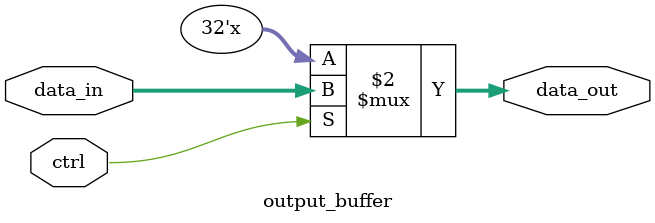
<source format=v>
module output_buffer #(
    parameter WORD_SIZE = 32
    )(
    input wire [WORD_SIZE - 1:0] data_in,
    input wire ctrl,
    output wire [WORD_SIZE - 1:0] data_out
    );

    assign data_out = ctrl == 1'b1 ? data_in : {WORD_SIZE{1'bz}};

endmodule

</source>
